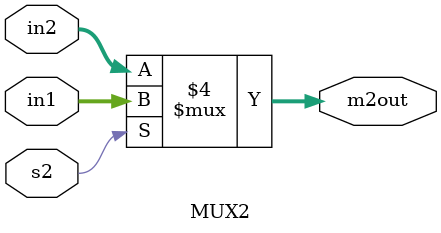
<source format=v>

module MUX2(in1, in2, s2, m2out);

input s2;						//CONTROL SIGNAL
input [2:0] in1, in2;		//TWO 3BIT SIGNALS (INPUT)

output reg [2:0] m2out;		// 3BIT OUTPUT

always @ (in1, in2, s2)
	begin
	if (s2 == 1'b1)						//IF S2 IS TRUE 
		m2out = in1;			//THEN OUT = IN1
	else
		m2out = in2;			// ELSE IF FALSE, OUT = IN2
end
endmodule


</source>
